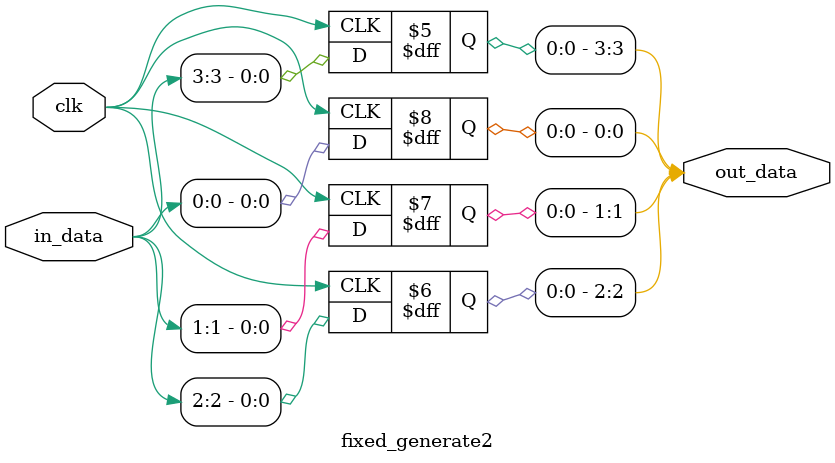
<source format=v>
module fixed_generate2 (
    input wire clk,
    input wire [3:0] in_data,
    output reg [3:0] out_data
);

    genvar i;

    generate
        for (i = 0; i < 4; i = i + 1) begin : loop_label // Fixed by adding `begin`
            always @(posedge clk) begin
                out_data[i] <= in_data[i]; // Now correctly placed inside an always block
            end
        end
    endgenerate

endmodule

</source>
